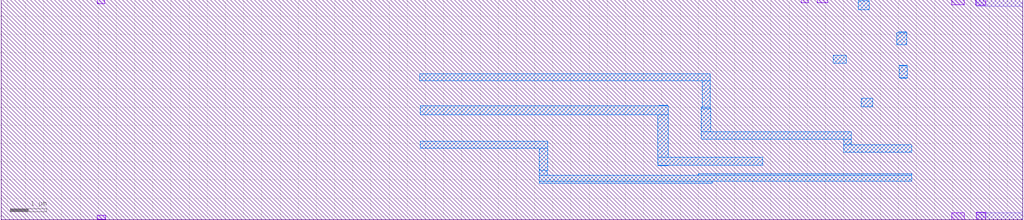
<source format=lef>
VERSION 5.7 ;
  NOWIREEXTENSIONATPIN ON ;
  DIVIDERCHAR "/" ;
  BUSBITCHARS "[]" ;
UNITS
  DATABASE MICRONS 200 ;
END UNITS

LAYER via2
  TYPE CUT ;
END via2

LAYER via
  TYPE CUT ;
END via

LAYER nwell
  TYPE MASTERSLICE ;
END nwell

LAYER via3
  TYPE CUT ;
END via3

LAYER pwell
  TYPE MASTERSLICE ;
END pwell

LAYER via4
  TYPE CUT ;
END via4

LAYER mcon
  TYPE CUT ;
END mcon

LAYER met6
  TYPE ROUTING ;
  WIDTH 0.030000 ;
  SPACING 0.040000 ;
  DIRECTION HORIZONTAL ;
END met6

LAYER met1
  TYPE ROUTING ;
  WIDTH 0.140000 ;
  SPACING 0.140000 ;
  DIRECTION HORIZONTAL ;
END met1

LAYER met3
  TYPE ROUTING ;
  WIDTH 0.300000 ;
  SPACING 0.300000 ;
  DIRECTION HORIZONTAL ;
END met3

LAYER met2
  TYPE ROUTING ;
  WIDTH 0.140000 ;
  SPACING 0.140000 ;
  DIRECTION HORIZONTAL ;
END met2

LAYER met4
  TYPE ROUTING ;
  WIDTH 0.300000 ;
  SPACING 0.300000 ;
  DIRECTION HORIZONTAL ;
END met4

LAYER met5
  TYPE ROUTING ;
  WIDTH 1.600000 ;
  SPACING 1.600000 ;
  DIRECTION HORIZONTAL ;
END met5

LAYER li1
  TYPE ROUTING ;
  WIDTH 0.170000 ;
  SPACING 0.170000 ;
  DIRECTION HORIZONTAL ;
END li1

MACRO sky130_hilas_ta2cell_1fg_strong
  CLASS BLOCK ;
  FOREIGN sky130_hilas_ta2cell_1fg_strong ;
  ORIGIN 26.170 -1.400 ;
  SIZE 28.100 BY 6.050 ;
  OBS
      LAYER nwell ;
        RECT 0.650 7.270 1.930 7.450 ;
        RECT 0.650 1.400 1.930 1.590 ;
      LAYER met1 ;
        RECT -23.530 7.340 -23.320 7.450 ;
        RECT -4.160 7.370 -3.970 7.450 ;
        RECT -3.720 7.370 -3.440 7.450 ;
        RECT -0.030 7.310 0.310 7.450 ;
        RECT 0.630 7.300 0.910 7.450 ;
        RECT -23.520 1.410 -23.290 1.530 ;
        RECT -0.030 1.400 0.310 1.590 ;
        RECT 0.640 1.400 0.910 1.610 ;
      LAYER met2 ;
        RECT -2.600 7.180 -2.290 7.420 ;
        RECT -1.490 6.550 -1.270 6.570 ;
        RECT -1.540 6.210 -1.270 6.550 ;
        RECT -3.280 5.710 -2.930 5.930 ;
        RECT -1.470 5.640 -1.270 5.650 ;
        RECT -14.660 5.220 -6.670 5.420 ;
        RECT -1.470 5.310 -1.250 5.640 ;
        RECT -1.450 5.300 -1.250 5.310 ;
        RECT -8.070 4.540 -7.850 4.550 ;
        RECT -14.650 4.290 -7.820 4.540 ;
        RECT -6.890 4.500 -6.670 5.220 ;
        RECT -2.520 4.510 -2.200 4.750 ;
        RECT -14.650 3.370 -11.140 3.560 ;
        RECT -11.370 2.770 -11.140 3.370 ;
        RECT -8.110 3.120 -7.820 4.290 ;
        RECT -6.920 4.460 -6.670 4.500 ;
        RECT -6.920 3.820 -6.660 4.460 ;
        RECT -6.920 3.610 -2.790 3.820 ;
        RECT -3.000 3.470 -2.790 3.610 ;
        RECT -3.000 3.260 -1.130 3.470 ;
        RECT -8.110 2.900 -5.220 3.120 ;
        RECT -8.110 2.890 -7.820 2.900 ;
        RECT -11.370 2.620 -11.150 2.770 ;
        RECT -7.000 2.620 -1.130 2.670 ;
        RECT -11.370 2.460 -1.130 2.620 ;
        RECT -11.370 2.400 -6.610 2.460 ;
  END
END sky130_hilas_ta2cell_1fg_strong
END LIBRARY


</source>
